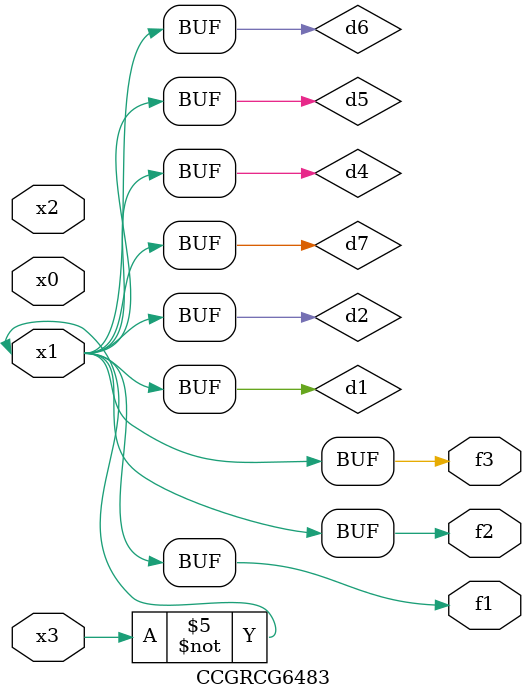
<source format=v>
module CCGRCG6483(
	input x0, x1, x2, x3,
	output f1, f2, f3
);

	wire d1, d2, d3, d4, d5, d6, d7;

	not (d1, x3);
	buf (d2, x1);
	xnor (d3, d1, d2);
	nor (d4, d1);
	buf (d5, d1, d2);
	buf (d6, d4, d5);
	nand (d7, d4);
	assign f1 = d6;
	assign f2 = d7;
	assign f3 = d6;
endmodule

</source>
